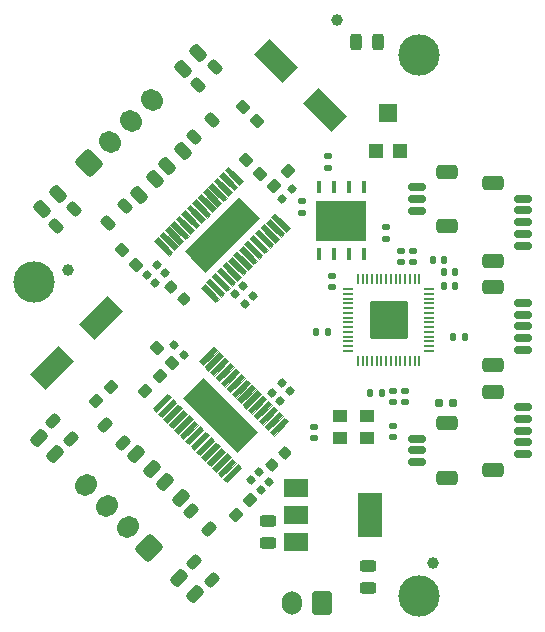
<source format=gts>
G04 #@! TF.GenerationSoftware,KiCad,Pcbnew,7.0.8-7.0.8~ubuntu22.04.1*
G04 #@! TF.CreationDate,2023-11-03T11:59:51-07:00*
G04 #@! TF.ProjectId,tentacle-board,74656e74-6163-46c6-952d-626f6172642e,REV1*
G04 #@! TF.SameCoordinates,Original*
G04 #@! TF.FileFunction,Soldermask,Top*
G04 #@! TF.FilePolarity,Negative*
%FSLAX46Y46*%
G04 Gerber Fmt 4.6, Leading zero omitted, Abs format (unit mm)*
G04 Created by KiCad (PCBNEW 7.0.8-7.0.8~ubuntu22.04.1) date 2023-11-03 11:59:51*
%MOMM*%
%LPD*%
G01*
G04 APERTURE LIST*
G04 Aperture macros list*
%AMRoundRect*
0 Rectangle with rounded corners*
0 $1 Rounding radius*
0 $2 $3 $4 $5 $6 $7 $8 $9 X,Y pos of 4 corners*
0 Add a 4 corners polygon primitive as box body*
4,1,4,$2,$3,$4,$5,$6,$7,$8,$9,$2,$3,0*
0 Add four circle primitives for the rounded corners*
1,1,$1+$1,$2,$3*
1,1,$1+$1,$4,$5*
1,1,$1+$1,$6,$7*
1,1,$1+$1,$8,$9*
0 Add four rect primitives between the rounded corners*
20,1,$1+$1,$2,$3,$4,$5,0*
20,1,$1+$1,$4,$5,$6,$7,0*
20,1,$1+$1,$6,$7,$8,$9,0*
20,1,$1+$1,$8,$9,$2,$3,0*%
%AMHorizOval*
0 Thick line with rounded ends*
0 $1 width*
0 $2 $3 position (X,Y) of the first rounded end (center of the circle)*
0 $4 $5 position (X,Y) of the second rounded end (center of the circle)*
0 Add line between two ends*
20,1,$1,$2,$3,$4,$5,0*
0 Add two circle primitives to create the rounded ends*
1,1,$1,$2,$3*
1,1,$1,$4,$5*%
%AMRotRect*
0 Rectangle, with rotation*
0 The origin of the aperture is its center*
0 $1 length*
0 $2 width*
0 $3 Rotation angle, in degrees counterclockwise*
0 Add horizontal line*
21,1,$1,$2,0,0,$3*%
G04 Aperture macros list end*
%ADD10C,0.010000*%
%ADD11RoundRect,0.243750X-0.456250X0.243750X-0.456250X-0.243750X0.456250X-0.243750X0.456250X0.243750X0*%
%ADD12RoundRect,0.147500X-0.147500X-0.172500X0.147500X-0.172500X0.147500X0.172500X-0.147500X0.172500X0*%
%ADD13RoundRect,0.147500X0.172500X-0.147500X0.172500X0.147500X-0.172500X0.147500X-0.172500X-0.147500X0*%
%ADD14RoundRect,0.147500X0.147500X0.172500X-0.147500X0.172500X-0.147500X-0.172500X0.147500X-0.172500X0*%
%ADD15R,2.000000X1.500000*%
%ADD16R,2.000000X3.800000*%
%ADD17RoundRect,0.147500X-0.172500X0.147500X-0.172500X-0.147500X0.172500X-0.147500X0.172500X0.147500X0*%
%ADD18RoundRect,0.243750X0.456250X-0.243750X0.456250X0.243750X-0.456250X0.243750X-0.456250X-0.243750X0*%
%ADD19RoundRect,0.050000X-0.387500X-0.050000X0.387500X-0.050000X0.387500X0.050000X-0.387500X0.050000X0*%
%ADD20RoundRect,0.050000X-0.050000X-0.387500X0.050000X-0.387500X0.050000X0.387500X-0.050000X0.387500X0*%
%ADD21RoundRect,0.144000X-1.456000X-1.456000X1.456000X-1.456000X1.456000X1.456000X-1.456000X1.456000X0*%
%ADD22C,2.600000*%
%ADD23C,3.500000*%
%ADD24R,1.300000X1.050000*%
%ADD25R,1.200000X1.200000*%
%ADD26R,1.600000X1.500000*%
%ADD27C,1.000000*%
%ADD28RoundRect,0.150000X0.625000X-0.150000X0.625000X0.150000X-0.625000X0.150000X-0.625000X-0.150000X0*%
%ADD29RoundRect,0.250000X0.650000X-0.350000X0.650000X0.350000X-0.650000X0.350000X-0.650000X-0.350000X0*%
%ADD30RoundRect,0.218750X0.424264X0.114905X0.114905X0.424264X-0.424264X-0.114905X-0.114905X-0.424264X0*%
%ADD31RoundRect,0.160000X-0.026517X-0.252791X0.252791X0.026517X0.026517X0.252791X-0.252791X-0.026517X0*%
%ADD32RoundRect,0.243750X0.243750X0.456250X-0.243750X0.456250X-0.243750X-0.456250X0.243750X-0.456250X0*%
%ADD33RoundRect,0.160000X-0.252791X0.026517X0.026517X-0.252791X0.252791X-0.026517X-0.026517X0.252791X0*%
%ADD34RoundRect,0.218750X-0.424264X-0.114905X-0.114905X-0.424264X0.424264X0.114905X0.114905X0.424264X0*%
%ADD35RoundRect,0.218750X-0.114905X0.424264X-0.424264X0.114905X0.114905X-0.424264X0.424264X-0.114905X0*%
%ADD36RoundRect,0.250000X0.512652X0.159099X0.159099X0.512652X-0.512652X-0.159099X-0.159099X-0.512652X0*%
%ADD37RoundRect,0.225000X-0.017678X0.335876X-0.335876X0.017678X0.017678X-0.335876X0.335876X-0.017678X0*%
%ADD38RoundRect,0.250000X0.936916X0.088388X0.088388X0.936916X-0.936916X-0.088388X-0.088388X-0.936916X0*%
%ADD39HorizOval,1.700000X0.088388X0.088388X-0.088388X-0.088388X0*%
%ADD40RoundRect,0.150000X-0.625000X0.150000X-0.625000X-0.150000X0.625000X-0.150000X0.625000X0.150000X0*%
%ADD41RoundRect,0.250000X-0.650000X0.350000X-0.650000X-0.350000X0.650000X-0.350000X0.650000X0.350000X0*%
%ADD42RoundRect,0.237500X-0.380070X0.044194X0.044194X-0.380070X0.380070X-0.044194X-0.044194X0.380070X0*%
%ADD43RoundRect,0.237500X0.380070X-0.044194X-0.044194X0.380070X-0.380070X0.044194X0.044194X-0.380070X0*%
%ADD44RoundRect,0.250000X0.159099X-0.512652X0.512652X-0.159099X-0.159099X0.512652X-0.512652X0.159099X0*%
%ADD45RoundRect,0.225000X0.335876X0.017678X0.017678X0.335876X-0.335876X-0.017678X-0.017678X-0.335876X0*%
%ADD46RoundRect,0.160000X0.026517X0.252791X-0.252791X-0.026517X-0.026517X-0.252791X0.252791X0.026517X0*%
%ADD47RoundRect,0.160000X0.252791X-0.026517X-0.026517X0.252791X-0.252791X0.026517X0.026517X-0.252791X0*%
%ADD48RoundRect,0.135000X-0.185000X0.135000X-0.185000X-0.135000X0.185000X-0.135000X0.185000X0.135000X0*%
%ADD49RoundRect,0.218750X0.114905X-0.424264X0.424264X-0.114905X-0.114905X0.424264X-0.424264X0.114905X0*%
%ADD50RoundRect,0.237500X0.044194X0.380070X-0.380070X-0.044194X-0.044194X-0.380070X0.380070X0.044194X0*%
%ADD51RoundRect,0.250000X0.088388X-0.936916X0.936916X-0.088388X-0.088388X0.936916X-0.936916X0.088388X0*%
%ADD52HorizOval,1.700000X-0.088388X0.088388X0.088388X-0.088388X0*%
%ADD53RotRect,1.800000X3.450000X45.000000*%
%ADD54RoundRect,0.237500X-0.044194X-0.380070X0.380070X0.044194X0.044194X0.380070X-0.380070X-0.044194X0*%
%ADD55R,0.450000X1.050000*%
%ADD56R,4.350000X3.450000*%
%ADD57RoundRect,0.250000X-0.512652X-0.159099X-0.159099X-0.512652X0.512652X0.159099X0.159099X0.512652X0*%
%ADD58RotRect,1.800000X3.450000X135.000000*%
%ADD59RoundRect,0.160000X0.197500X0.160000X-0.197500X0.160000X-0.197500X-0.160000X0.197500X-0.160000X0*%
%ADD60RoundRect,0.250000X-0.159099X0.512652X-0.512652X0.159099X0.159099X-0.512652X0.512652X-0.159099X0*%
%ADD61RoundRect,0.250000X0.600000X0.750000X-0.600000X0.750000X-0.600000X-0.750000X0.600000X-0.750000X0*%
%ADD62O,1.700000X2.000000*%
G04 APERTURE END LIST*
D10*
X113103238Y-81415167D02*
X112792111Y-81726294D01*
X111561745Y-80495928D01*
X111872872Y-80184801D01*
X113103238Y-81415167D01*
G36*
X113103238Y-81415167D02*
G01*
X112792111Y-81726294D01*
X111561745Y-80495928D01*
X111872872Y-80184801D01*
X113103238Y-81415167D01*
G37*
X112643618Y-81874787D02*
X112332491Y-82185914D01*
X111102125Y-80955548D01*
X111413252Y-80644421D01*
X112643618Y-81874787D01*
G36*
X112643618Y-81874787D02*
G01*
X112332491Y-82185914D01*
X111102125Y-80955548D01*
X111413252Y-80644421D01*
X112643618Y-81874787D01*
G37*
X112183999Y-82334406D02*
X111872872Y-82645533D01*
X110642506Y-81415167D01*
X110953633Y-81104040D01*
X112183999Y-82334406D01*
G36*
X112183999Y-82334406D02*
G01*
X111872872Y-82645533D01*
X110642506Y-81415167D01*
X110953633Y-81104040D01*
X112183999Y-82334406D01*
G37*
X111724379Y-82794025D02*
X111413252Y-83105152D01*
X110182887Y-81874787D01*
X110494014Y-81563660D01*
X111724379Y-82794025D01*
G36*
X111724379Y-82794025D02*
G01*
X111413252Y-83105152D01*
X110182887Y-81874787D01*
X110494014Y-81563660D01*
X111724379Y-82794025D01*
G37*
X111264760Y-83253645D02*
X110953633Y-83564772D01*
X109723267Y-82334406D01*
X110034394Y-82023279D01*
X111264760Y-83253645D01*
G36*
X111264760Y-83253645D02*
G01*
X110953633Y-83564772D01*
X109723267Y-82334406D01*
X110034394Y-82023279D01*
X111264760Y-83253645D01*
G37*
X110805141Y-83713264D02*
X110494014Y-84024391D01*
X109263648Y-82794025D01*
X109574775Y-82482899D01*
X110805141Y-83713264D01*
G36*
X110805141Y-83713264D02*
G01*
X110494014Y-84024391D01*
X109263648Y-82794025D01*
X109574775Y-82482899D01*
X110805141Y-83713264D01*
G37*
X110345521Y-84172884D02*
X110034394Y-84484011D01*
X108804028Y-83253645D01*
X109115155Y-82942518D01*
X110345521Y-84172884D01*
G36*
X110345521Y-84172884D02*
G01*
X110034394Y-84484011D01*
X108804028Y-83253645D01*
X109115155Y-82942518D01*
X110345521Y-84172884D01*
G37*
X109885902Y-84632503D02*
X109574775Y-84943630D01*
X108344409Y-83713264D01*
X108655536Y-83402137D01*
X109885902Y-84632503D01*
G36*
X109885902Y-84632503D02*
G01*
X109574775Y-84943630D01*
X108344409Y-83713264D01*
X108655536Y-83402137D01*
X109885902Y-84632503D01*
G37*
X109426282Y-85092123D02*
X109115155Y-85403250D01*
X107884790Y-84172884D01*
X108195916Y-83861757D01*
X109426282Y-85092123D01*
G36*
X109426282Y-85092123D02*
G01*
X109115155Y-85403250D01*
X107884790Y-84172884D01*
X108195916Y-83861757D01*
X109426282Y-85092123D01*
G37*
X108966663Y-85551742D02*
X108655536Y-85862869D01*
X107425170Y-84632503D01*
X107736297Y-84321376D01*
X108966663Y-85551742D01*
G36*
X108966663Y-85551742D02*
G01*
X108655536Y-85862869D01*
X107425170Y-84632503D01*
X107736297Y-84321376D01*
X108966663Y-85551742D01*
G37*
X108507043Y-86011361D02*
X108195916Y-86322488D01*
X106965551Y-85092123D01*
X107276678Y-84780996D01*
X108507043Y-86011361D01*
G36*
X108507043Y-86011361D02*
G01*
X108195916Y-86322488D01*
X106965551Y-85092123D01*
X107276678Y-84780996D01*
X108507043Y-86011361D01*
G37*
X108047424Y-86470981D02*
X107736297Y-86782108D01*
X106505931Y-85551742D01*
X106817058Y-85240615D01*
X108047424Y-86470981D01*
G36*
X108047424Y-86470981D02*
G01*
X107736297Y-86782108D01*
X106505931Y-85551742D01*
X106817058Y-85240615D01*
X108047424Y-86470981D01*
G37*
X107587805Y-86930600D02*
X107276678Y-87241727D01*
X106046312Y-86011361D01*
X106357439Y-85700234D01*
X107587805Y-86930600D01*
G36*
X107587805Y-86930600D02*
G01*
X107276678Y-87241727D01*
X106046312Y-86011361D01*
X106357439Y-85700234D01*
X107587805Y-86930600D01*
G37*
X107128185Y-87390220D02*
X106817058Y-87701347D01*
X105586692Y-86470981D01*
X105897819Y-86159854D01*
X107128185Y-87390220D01*
G36*
X107128185Y-87390220D02*
G01*
X106817058Y-87701347D01*
X105586692Y-86470981D01*
X105897819Y-86159854D01*
X107128185Y-87390220D01*
G37*
X114457347Y-84487546D02*
X109889437Y-89055456D01*
X108192381Y-87358400D01*
X112760291Y-82790490D01*
X114457347Y-84487546D01*
G36*
X114457347Y-84487546D02*
G01*
X109889437Y-89055456D01*
X108192381Y-87358400D01*
X112760291Y-82790490D01*
X114457347Y-84487546D01*
G37*
X117063036Y-85374965D02*
X116751909Y-85686092D01*
X115521543Y-84455726D01*
X115832670Y-84144599D01*
X117063036Y-85374965D01*
G36*
X117063036Y-85374965D02*
G01*
X116751909Y-85686092D01*
X115521543Y-84455726D01*
X115832670Y-84144599D01*
X117063036Y-85374965D01*
G37*
X116603416Y-85834585D02*
X116292289Y-86145712D01*
X115061923Y-84915346D01*
X115373050Y-84604219D01*
X116603416Y-85834585D01*
G36*
X116603416Y-85834585D02*
G01*
X116292289Y-86145712D01*
X115061923Y-84915346D01*
X115373050Y-84604219D01*
X116603416Y-85834585D01*
G37*
X116143797Y-86294204D02*
X115832670Y-86605331D01*
X114602304Y-85374965D01*
X114913431Y-85063838D01*
X116143797Y-86294204D01*
G36*
X116143797Y-86294204D02*
G01*
X115832670Y-86605331D01*
X114602304Y-85374965D01*
X114913431Y-85063838D01*
X116143797Y-86294204D01*
G37*
X115684177Y-86753823D02*
X115373050Y-87064950D01*
X114142685Y-85834585D01*
X114453812Y-85523458D01*
X115684177Y-86753823D01*
G36*
X115684177Y-86753823D02*
G01*
X115373050Y-87064950D01*
X114142685Y-85834585D01*
X114453812Y-85523458D01*
X115684177Y-86753823D01*
G37*
X115224558Y-87213443D02*
X114913431Y-87524570D01*
X113683065Y-86294204D01*
X113994192Y-85983077D01*
X115224558Y-87213443D01*
G36*
X115224558Y-87213443D02*
G01*
X114913431Y-87524570D01*
X113683065Y-86294204D01*
X113994192Y-85983077D01*
X115224558Y-87213443D01*
G37*
X114764938Y-87673062D02*
X114453812Y-87984189D01*
X113223446Y-86753823D01*
X113534573Y-86442696D01*
X114764938Y-87673062D01*
G36*
X114764938Y-87673062D02*
G01*
X114453812Y-87984189D01*
X113223446Y-86753823D01*
X113534573Y-86442696D01*
X114764938Y-87673062D01*
G37*
X114305319Y-88132682D02*
X113994192Y-88443809D01*
X112763826Y-87213443D01*
X113074953Y-86902316D01*
X114305319Y-88132682D01*
G36*
X114305319Y-88132682D02*
G01*
X113994192Y-88443809D01*
X112763826Y-87213443D01*
X113074953Y-86902316D01*
X114305319Y-88132682D01*
G37*
X113845700Y-88592301D02*
X113534573Y-88903428D01*
X112304207Y-87673062D01*
X112615334Y-87361935D01*
X113845700Y-88592301D01*
G36*
X113845700Y-88592301D02*
G01*
X113534573Y-88903428D01*
X112304207Y-87673062D01*
X112615334Y-87361935D01*
X113845700Y-88592301D01*
G37*
X113386080Y-89051921D02*
X113074953Y-89363047D01*
X111844587Y-88132682D01*
X112155714Y-87821555D01*
X113386080Y-89051921D01*
G36*
X113386080Y-89051921D02*
G01*
X113074953Y-89363047D01*
X111844587Y-88132682D01*
X112155714Y-87821555D01*
X113386080Y-89051921D01*
G37*
X112926461Y-89511540D02*
X112615334Y-89822667D01*
X111384968Y-88592301D01*
X111696095Y-88281174D01*
X112926461Y-89511540D01*
G36*
X112926461Y-89511540D02*
G01*
X112615334Y-89822667D01*
X111384968Y-88592301D01*
X111696095Y-88281174D01*
X112926461Y-89511540D01*
G37*
X112466841Y-89971159D02*
X112155714Y-90282286D01*
X110925349Y-89051921D01*
X111236476Y-88740794D01*
X112466841Y-89971159D01*
G36*
X112466841Y-89971159D02*
G01*
X112155714Y-90282286D01*
X110925349Y-89051921D01*
X111236476Y-88740794D01*
X112466841Y-89971159D01*
G37*
X112007222Y-90430779D02*
X111696095Y-90741906D01*
X110465729Y-89511540D01*
X110776856Y-89200413D01*
X112007222Y-90430779D01*
G36*
X112007222Y-90430779D02*
G01*
X111696095Y-90741906D01*
X110465729Y-89511540D01*
X110776856Y-89200413D01*
X112007222Y-90430779D01*
G37*
X111547603Y-90890398D02*
X111236476Y-91201525D01*
X110006110Y-89971159D01*
X110317237Y-89660032D01*
X111547603Y-90890398D01*
G36*
X111547603Y-90890398D02*
G01*
X111236476Y-91201525D01*
X110006110Y-89971159D01*
X110317237Y-89660032D01*
X111547603Y-90890398D01*
G37*
X111087983Y-91350018D02*
X110776856Y-91661145D01*
X109546490Y-90430779D01*
X109857617Y-90119652D01*
X111087983Y-91350018D01*
G36*
X111087983Y-91350018D02*
G01*
X110776856Y-91661145D01*
X109546490Y-90430779D01*
X109857617Y-90119652D01*
X111087983Y-91350018D01*
G37*
X107004438Y-99711548D02*
X105774072Y-100941914D01*
X105462945Y-100630787D01*
X106693311Y-99400421D01*
X107004438Y-99711548D01*
G36*
X107004438Y-99711548D02*
G01*
X105774072Y-100941914D01*
X105462945Y-100630787D01*
X106693311Y-99400421D01*
X107004438Y-99711548D01*
G37*
X107464058Y-100171168D02*
X106233692Y-101401534D01*
X105922565Y-101090407D01*
X107152931Y-99860041D01*
X107464058Y-100171168D01*
G36*
X107464058Y-100171168D02*
G01*
X106233692Y-101401534D01*
X105922565Y-101090407D01*
X107152931Y-99860041D01*
X107464058Y-100171168D01*
G37*
X107923677Y-100630787D02*
X106693311Y-101861153D01*
X106382184Y-101550026D01*
X107612550Y-100319660D01*
X107923677Y-100630787D01*
G36*
X107923677Y-100630787D02*
G01*
X106693311Y-101861153D01*
X106382184Y-101550026D01*
X107612550Y-100319660D01*
X107923677Y-100630787D01*
G37*
X108383296Y-101090407D02*
X107152931Y-102320772D01*
X106841804Y-102009645D01*
X108072169Y-100779280D01*
X108383296Y-101090407D01*
G36*
X108383296Y-101090407D02*
G01*
X107152931Y-102320772D01*
X106841804Y-102009645D01*
X108072169Y-100779280D01*
X108383296Y-101090407D01*
G37*
X108842916Y-101550026D02*
X107612550Y-102780392D01*
X107301423Y-102469265D01*
X108531789Y-101238899D01*
X108842916Y-101550026D01*
G36*
X108842916Y-101550026D02*
G01*
X107612550Y-102780392D01*
X107301423Y-102469265D01*
X108531789Y-101238899D01*
X108842916Y-101550026D01*
G37*
X109302535Y-102009645D02*
X108072169Y-103240011D01*
X107761043Y-102928884D01*
X108991408Y-101698518D01*
X109302535Y-102009645D01*
G36*
X109302535Y-102009645D02*
G01*
X108072169Y-103240011D01*
X107761043Y-102928884D01*
X108991408Y-101698518D01*
X109302535Y-102009645D01*
G37*
X109762155Y-102469265D02*
X108531789Y-103699631D01*
X108220662Y-103388504D01*
X109451028Y-102158138D01*
X109762155Y-102469265D01*
G36*
X109762155Y-102469265D02*
G01*
X108531789Y-103699631D01*
X108220662Y-103388504D01*
X109451028Y-102158138D01*
X109762155Y-102469265D01*
G37*
X110221774Y-102928884D02*
X108991408Y-104159250D01*
X108680281Y-103848123D01*
X109910647Y-102617757D01*
X110221774Y-102928884D01*
G36*
X110221774Y-102928884D02*
G01*
X108991408Y-104159250D01*
X108680281Y-103848123D01*
X109910647Y-102617757D01*
X110221774Y-102928884D01*
G37*
X110681394Y-103388504D02*
X109451028Y-104618869D01*
X109139901Y-104307743D01*
X110370267Y-103077377D01*
X110681394Y-103388504D01*
G36*
X110681394Y-103388504D02*
G01*
X109451028Y-104618869D01*
X109139901Y-104307743D01*
X110370267Y-103077377D01*
X110681394Y-103388504D01*
G37*
X111141013Y-103848123D02*
X109910647Y-105078489D01*
X109599520Y-104767362D01*
X110829886Y-103536996D01*
X111141013Y-103848123D01*
G36*
X111141013Y-103848123D02*
G01*
X109910647Y-105078489D01*
X109599520Y-104767362D01*
X110829886Y-103536996D01*
X111141013Y-103848123D01*
G37*
X111600632Y-104307743D02*
X110370267Y-105538108D01*
X110059140Y-105226981D01*
X111289505Y-103996616D01*
X111600632Y-104307743D01*
G36*
X111600632Y-104307743D02*
G01*
X110370267Y-105538108D01*
X110059140Y-105226981D01*
X111289505Y-103996616D01*
X111600632Y-104307743D01*
G37*
X112060252Y-104767362D02*
X110829886Y-105997728D01*
X110518759Y-105686601D01*
X111749125Y-104456235D01*
X112060252Y-104767362D01*
G36*
X112060252Y-104767362D02*
G01*
X110829886Y-105997728D01*
X110518759Y-105686601D01*
X111749125Y-104456235D01*
X112060252Y-104767362D01*
G37*
X112519871Y-105226981D02*
X111289505Y-106457347D01*
X110978378Y-106146220D01*
X112208744Y-104915854D01*
X112519871Y-105226981D01*
G36*
X112519871Y-105226981D02*
G01*
X111289505Y-106457347D01*
X110978378Y-106146220D01*
X112208744Y-104915854D01*
X112519871Y-105226981D01*
G37*
X112979491Y-105686601D02*
X111749125Y-106916967D01*
X111437998Y-106605840D01*
X112668364Y-105375474D01*
X112979491Y-105686601D01*
G36*
X112979491Y-105686601D02*
G01*
X111749125Y-106916967D01*
X111437998Y-106605840D01*
X112668364Y-105375474D01*
X112979491Y-105686601D01*
G37*
X114333600Y-102614222D02*
X112636544Y-104311278D01*
X108068634Y-99743368D01*
X109765690Y-98046312D01*
X114333600Y-102614222D01*
G36*
X114333600Y-102614222D02*
G01*
X112636544Y-104311278D01*
X108068634Y-99743368D01*
X109765690Y-98046312D01*
X114333600Y-102614222D01*
G37*
X110964236Y-95751750D02*
X109733870Y-96982116D01*
X109422743Y-96670989D01*
X110653109Y-95440623D01*
X110964236Y-95751750D01*
G36*
X110964236Y-95751750D02*
G01*
X109733870Y-96982116D01*
X109422743Y-96670989D01*
X110653109Y-95440623D01*
X110964236Y-95751750D01*
G37*
X111423856Y-96211370D02*
X110193490Y-97441736D01*
X109882363Y-97130609D01*
X111112729Y-95900243D01*
X111423856Y-96211370D01*
G36*
X111423856Y-96211370D02*
G01*
X110193490Y-97441736D01*
X109882363Y-97130609D01*
X111112729Y-95900243D01*
X111423856Y-96211370D01*
G37*
X111883475Y-96670989D02*
X110653109Y-97901355D01*
X110341982Y-97590228D01*
X111572348Y-96359862D01*
X111883475Y-96670989D01*
G36*
X111883475Y-96670989D02*
G01*
X110653109Y-97901355D01*
X110341982Y-97590228D01*
X111572348Y-96359862D01*
X111883475Y-96670989D01*
G37*
X112343094Y-97130609D02*
X111112729Y-98360974D01*
X110801602Y-98049847D01*
X112031967Y-96819482D01*
X112343094Y-97130609D01*
G36*
X112343094Y-97130609D02*
G01*
X111112729Y-98360974D01*
X110801602Y-98049847D01*
X112031967Y-96819482D01*
X112343094Y-97130609D01*
G37*
X112802714Y-97590228D02*
X111572348Y-98820594D01*
X111261221Y-98509467D01*
X112491587Y-97279101D01*
X112802714Y-97590228D01*
G36*
X112802714Y-97590228D02*
G01*
X111572348Y-98820594D01*
X111261221Y-98509467D01*
X112491587Y-97279101D01*
X112802714Y-97590228D01*
G37*
X113262333Y-98049847D02*
X112031967Y-99280213D01*
X111720840Y-98969086D01*
X112951206Y-97738721D01*
X113262333Y-98049847D01*
G36*
X113262333Y-98049847D02*
G01*
X112031967Y-99280213D01*
X111720840Y-98969086D01*
X112951206Y-97738721D01*
X113262333Y-98049847D01*
G37*
X113721953Y-98509467D02*
X112491587Y-99739833D01*
X112180460Y-99428706D01*
X113410826Y-98198340D01*
X113721953Y-98509467D01*
G36*
X113721953Y-98509467D02*
G01*
X112491587Y-99739833D01*
X112180460Y-99428706D01*
X113410826Y-98198340D01*
X113721953Y-98509467D01*
G37*
X114181572Y-98969086D02*
X112951206Y-100199452D01*
X112640079Y-99888325D01*
X113870445Y-98657959D01*
X114181572Y-98969086D01*
G36*
X114181572Y-98969086D02*
G01*
X112951206Y-100199452D01*
X112640079Y-99888325D01*
X113870445Y-98657959D01*
X114181572Y-98969086D01*
G37*
X114641191Y-99428706D02*
X113410826Y-100659072D01*
X113099699Y-100347945D01*
X114330065Y-99117579D01*
X114641191Y-99428706D01*
G36*
X114641191Y-99428706D02*
G01*
X113410826Y-100659072D01*
X113099699Y-100347945D01*
X114330065Y-99117579D01*
X114641191Y-99428706D01*
G37*
X115100811Y-99888325D02*
X113870445Y-101118691D01*
X113559318Y-100807564D01*
X114789684Y-99577198D01*
X115100811Y-99888325D01*
G36*
X115100811Y-99888325D02*
G01*
X113870445Y-101118691D01*
X113559318Y-100807564D01*
X114789684Y-99577198D01*
X115100811Y-99888325D01*
G37*
X115560430Y-100347945D02*
X114330065Y-101578310D01*
X114018938Y-101267183D01*
X115249303Y-100036818D01*
X115560430Y-100347945D01*
G36*
X115560430Y-100347945D02*
G01*
X114330065Y-101578310D01*
X114018938Y-101267183D01*
X115249303Y-100036818D01*
X115560430Y-100347945D01*
G37*
X116020050Y-100807564D02*
X114789684Y-102037930D01*
X114478557Y-101726803D01*
X115708923Y-100496437D01*
X116020050Y-100807564D01*
G36*
X116020050Y-100807564D02*
G01*
X114789684Y-102037930D01*
X114478557Y-101726803D01*
X115708923Y-100496437D01*
X116020050Y-100807564D01*
G37*
X116479669Y-101267183D02*
X115249303Y-102497549D01*
X114938176Y-102186422D01*
X116168542Y-100956056D01*
X116479669Y-101267183D01*
G36*
X116479669Y-101267183D02*
G01*
X115249303Y-102497549D01*
X114938176Y-102186422D01*
X116168542Y-100956056D01*
X116479669Y-101267183D01*
G37*
X116939289Y-101726803D02*
X115708923Y-102957169D01*
X115397796Y-102646042D01*
X116628162Y-101415676D01*
X116939289Y-101726803D01*
G36*
X116939289Y-101726803D02*
G01*
X115708923Y-102957169D01*
X115397796Y-102646042D01*
X116628162Y-101415676D01*
X116939289Y-101726803D01*
G37*
D11*
X123690000Y-114012500D03*
X123690000Y-115887500D03*
D12*
X129205000Y-88050000D03*
X130175000Y-88050000D03*
D13*
X127490000Y-88285000D03*
X127490000Y-87315000D03*
D14*
X120275000Y-94200000D03*
X119305000Y-94200000D03*
D13*
X120290000Y-80285000D03*
X120290000Y-79315000D03*
D15*
X117590000Y-107350000D03*
X117590000Y-109650000D03*
D16*
X123890000Y-109650000D03*
D15*
X117590000Y-111950000D03*
D17*
X125840000Y-102115000D03*
X125840000Y-103085000D03*
D13*
X126490000Y-88285000D03*
X126490000Y-87315000D03*
D12*
X130905000Y-94600000D03*
X131875000Y-94600000D03*
D17*
X125821000Y-99162500D03*
X125821000Y-100132500D03*
X126790000Y-99165000D03*
X126790000Y-100135000D03*
D18*
X115240000Y-112037500D03*
X115240000Y-110162500D03*
D13*
X120690000Y-90385000D03*
X120690000Y-89415000D03*
D12*
X130092500Y-89100000D03*
X131062500Y-89100000D03*
D19*
X122002500Y-90562500D03*
X122002500Y-90962500D03*
X122002500Y-91362500D03*
X122002500Y-91762500D03*
X122002500Y-92162500D03*
X122002500Y-92562500D03*
X122002500Y-92962500D03*
X122002500Y-93362500D03*
X122002500Y-93762500D03*
X122002500Y-94162500D03*
X122002500Y-94562500D03*
X122002500Y-94962500D03*
X122002500Y-95362500D03*
X122002500Y-95762500D03*
D20*
X122840000Y-96600000D03*
X123240000Y-96600000D03*
X123640000Y-96600000D03*
X124040000Y-96600000D03*
X124440000Y-96600000D03*
X124840000Y-96600000D03*
X125240000Y-96600000D03*
X125640000Y-96600000D03*
X126040000Y-96600000D03*
X126440000Y-96600000D03*
X126840000Y-96600000D03*
X127240000Y-96600000D03*
X127640000Y-96600000D03*
X128040000Y-96600000D03*
D19*
X128877500Y-95762500D03*
X128877500Y-95362500D03*
X128877500Y-94962500D03*
X128877500Y-94562500D03*
X128877500Y-94162500D03*
X128877500Y-93762500D03*
X128877500Y-93362500D03*
X128877500Y-92962500D03*
X128877500Y-92562500D03*
X128877500Y-92162500D03*
X128877500Y-91762500D03*
X128877500Y-91362500D03*
X128877500Y-90962500D03*
X128877500Y-90562500D03*
D20*
X128040000Y-89725000D03*
X127640000Y-89725000D03*
X127240000Y-89725000D03*
X126840000Y-89725000D03*
X126440000Y-89725000D03*
X126040000Y-89725000D03*
X125640000Y-89725000D03*
X125240000Y-89725000D03*
X124840000Y-89725000D03*
X124440000Y-89725000D03*
X124040000Y-89725000D03*
X123640000Y-89725000D03*
X123240000Y-89725000D03*
X122840000Y-89725000D03*
D21*
X125440000Y-93162500D03*
D13*
X119112500Y-103183250D03*
X119112500Y-102213250D03*
D22*
X128040000Y-116550000D03*
D23*
X128040000Y-116550000D03*
D13*
X125190000Y-86285000D03*
X125190000Y-85315000D03*
D12*
X130107500Y-90250000D03*
X131077500Y-90250000D03*
D14*
X124847500Y-99316750D03*
X123877500Y-99316750D03*
D22*
X95390000Y-89900000D03*
D23*
X95390000Y-89900000D03*
D22*
X128040000Y-70750000D03*
D23*
X128040000Y-70750000D03*
D24*
X121312500Y-103173250D03*
X123612500Y-103173250D03*
X123612500Y-101323250D03*
X121312500Y-101323250D03*
D25*
X124390000Y-78850000D03*
D26*
X125390000Y-75600000D03*
D25*
X126390000Y-78850000D03*
D27*
X129240000Y-113750000D03*
D28*
X136790000Y-104525000D03*
X136790000Y-103525000D03*
X136790000Y-102525000D03*
X136790000Y-101525000D03*
X136790000Y-100525000D03*
D29*
X134265000Y-105825000D03*
X134265000Y-99225000D03*
D30*
X110255362Y-110839641D03*
X108752760Y-109337039D03*
D31*
X105669765Y-90022427D03*
X106514757Y-89177435D03*
D32*
X124527500Y-69600000D03*
X122652500Y-69600000D03*
D33*
X107278443Y-95276221D03*
X108123435Y-96121213D03*
D34*
X101469560Y-102053839D03*
X102972162Y-103556441D03*
D35*
X110768003Y-71772006D03*
X109265401Y-73274608D03*
D30*
X110502849Y-115188348D03*
X109000247Y-113685746D03*
D36*
X107842360Y-108214507D03*
X106498858Y-106871005D03*
D37*
X116698873Y-104378453D03*
X115602857Y-105474469D03*
D28*
X136790000Y-95700000D03*
X136790000Y-94700000D03*
X136790000Y-93700000D03*
X136790000Y-92700000D03*
X136790000Y-91700000D03*
D29*
X134265000Y-97000000D03*
X134265000Y-90400000D03*
D34*
X97050143Y-101735641D03*
X98552745Y-103238243D03*
D38*
X105119999Y-112421793D03*
D39*
X103352232Y-110654026D03*
X101584465Y-108886259D03*
X99816698Y-107118492D03*
D40*
X127865000Y-103200000D03*
X127865000Y-104200000D03*
X127865000Y-105200000D03*
D41*
X130390000Y-101900000D03*
X130390000Y-106500000D03*
D42*
X113331272Y-79585530D03*
X114551032Y-80805290D03*
D43*
X114299880Y-76309880D03*
X113080120Y-75090120D03*
D44*
X108001456Y-71922263D03*
X109344958Y-70578761D03*
D43*
X107073382Y-96768217D03*
X105853622Y-95548457D03*
D45*
X108125182Y-91420727D03*
X107029166Y-90324711D03*
D46*
X117068335Y-99200664D03*
X116223343Y-100045656D03*
D47*
X114611139Y-107523310D03*
X113766147Y-106678318D03*
D48*
X118090000Y-83090000D03*
X118090000Y-84110000D03*
D42*
X102830723Y-87257635D03*
X104050483Y-88477395D03*
D31*
X104998027Y-89350664D03*
X105843019Y-88505672D03*
D49*
X97315306Y-85224707D03*
X98817908Y-83722105D03*
D50*
X101899880Y-98790120D03*
X100680120Y-100009880D03*
D51*
X100081859Y-79841859D03*
D52*
X101849626Y-78074092D03*
X103617393Y-76306325D03*
X105385160Y-74538558D03*
D27*
X98340000Y-88950000D03*
D53*
X115904035Y-71214035D03*
X120075965Y-75385965D03*
D27*
X121040000Y-67800000D03*
D54*
X104828317Y-99137024D03*
X106048077Y-97917264D03*
X112482748Y-109655238D03*
X113702508Y-108435478D03*
X115735440Y-81795235D03*
X116955200Y-80575475D03*
D36*
X97200402Y-104502196D03*
X95856900Y-103158694D03*
D55*
X119530000Y-87600000D03*
X120800000Y-87600000D03*
X122070000Y-87600000D03*
X123340000Y-87600000D03*
X123340000Y-81900000D03*
X122070000Y-81900000D03*
X120800000Y-81900000D03*
X119530000Y-81900000D03*
D56*
X121435000Y-84750000D03*
D31*
X115551592Y-99373904D03*
X116396584Y-98528912D03*
D49*
X101663997Y-84977210D03*
X103166599Y-83474608D03*
D47*
X113303011Y-91790184D03*
X112458019Y-90945192D03*
D57*
X104094694Y-104466842D03*
X105438196Y-105810344D03*
D58*
X96904035Y-97185965D03*
X101075965Y-93014035D03*
D33*
X113129761Y-90273444D03*
X113974753Y-91118436D03*
D47*
X115282891Y-106851559D03*
X114437899Y-106006567D03*
D35*
X110449826Y-76191413D03*
X108947224Y-77694015D03*
D28*
X136790000Y-86875000D03*
X136790000Y-85875000D03*
X136790000Y-84875000D03*
X136790000Y-83875000D03*
X136790000Y-82875000D03*
D29*
X134265000Y-88175000D03*
X134265000Y-81575000D03*
D44*
X104289142Y-82564209D03*
X105632644Y-81220707D03*
D59*
X130887500Y-100200000D03*
X129692500Y-100200000D03*
D60*
X97465564Y-82458155D03*
X96122062Y-83801657D03*
D40*
X127865000Y-81900000D03*
X127865000Y-82900000D03*
X127865000Y-83900000D03*
D41*
X130390000Y-80600000D03*
X130390000Y-85200000D03*
D46*
X117262786Y-82035657D03*
X116417794Y-82880649D03*
D57*
X107736294Y-115038088D03*
X109079796Y-116381590D03*
D60*
X108036800Y-78816547D03*
X106693298Y-80160049D03*
D61*
X119790000Y-117150000D03*
D62*
X117290000Y-117150000D03*
M02*

</source>
